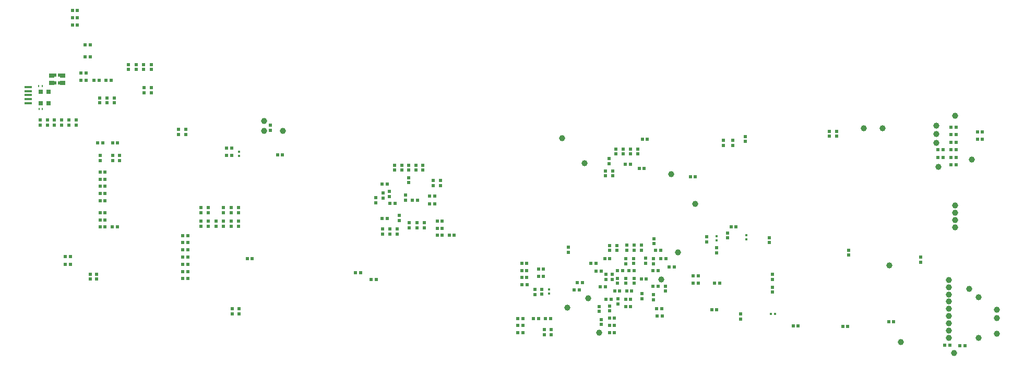
<source format=gbp>
G04*
G04 #@! TF.GenerationSoftware,Altium Limited,Altium Designer,20.0.13 (296)*
G04*
G04 Layer_Color=128*
%FSLAX24Y24*%
%MOIN*%
G70*
G01*
G75*
%ADD25R,0.0201X0.0201*%
%ADD27R,0.0098X0.0118*%
%ADD45R,0.0201X0.0201*%
%ADD82R,0.0157X0.0157*%
%ADD270R,0.0157X0.0157*%
%ADD271R,0.0250X0.0250*%
%ADD272R,0.0354X0.0315*%
%ADD273C,0.0394*%
%ADD274R,0.0492X0.0157*%
D25*
X131633Y103711D02*
D03*
Y103389D02*
D03*
X132240D02*
D03*
Y103711D02*
D03*
X133050Y103973D02*
D03*
Y103650D02*
D03*
X120660Y91299D02*
D03*
Y91621D02*
D03*
X120210Y91630D02*
D03*
Y91307D02*
D03*
X127180Y96159D02*
D03*
Y95836D02*
D03*
X126680Y95869D02*
D03*
Y96191D02*
D03*
X124590Y101449D02*
D03*
Y101771D02*
D03*
X124120Y101449D02*
D03*
Y101771D02*
D03*
X126170Y103167D02*
D03*
Y102844D02*
D03*
X125711Y103167D02*
D03*
Y102844D02*
D03*
X125253Y103167D02*
D03*
Y102844D02*
D03*
X124794Y103167D02*
D03*
Y102844D02*
D03*
X124355Y102239D02*
D03*
Y102561D02*
D03*
X138420Y103980D02*
D03*
Y104303D02*
D03*
X138870D02*
D03*
Y103980D02*
D03*
X144250Y96262D02*
D03*
Y95940D02*
D03*
X139650Y96377D02*
D03*
Y96700D02*
D03*
X131219Y96861D02*
D03*
Y96539D02*
D03*
X130570Y97230D02*
D03*
Y97553D02*
D03*
X131920Y97479D02*
D03*
Y97801D02*
D03*
X134591Y97175D02*
D03*
Y97498D02*
D03*
X134770Y95143D02*
D03*
Y94820D02*
D03*
X134780Y94010D02*
D03*
Y94333D02*
D03*
X132730Y92630D02*
D03*
Y92307D02*
D03*
X127960Y94079D02*
D03*
Y94401D02*
D03*
X127170Y93519D02*
D03*
Y93841D02*
D03*
X126430Y93921D02*
D03*
Y93599D02*
D03*
X123840Y91949D02*
D03*
Y92271D02*
D03*
X123729Y93107D02*
D03*
Y92784D02*
D03*
X124910Y93590D02*
D03*
Y93267D02*
D03*
X124367Y93136D02*
D03*
Y92814D02*
D03*
X125930Y94901D02*
D03*
Y94579D02*
D03*
X125400Y94579D02*
D03*
Y94901D02*
D03*
X124890Y94579D02*
D03*
Y94901D02*
D03*
X124560Y95163D02*
D03*
Y94840D02*
D03*
X124140Y95163D02*
D03*
Y94840D02*
D03*
X125420Y95839D02*
D03*
Y96161D02*
D03*
X125900Y95849D02*
D03*
Y96171D02*
D03*
X126410Y97010D02*
D03*
Y96687D02*
D03*
X125948D02*
D03*
Y97010D02*
D03*
X125488Y96687D02*
D03*
Y97010D02*
D03*
X124830Y96679D02*
D03*
Y97001D02*
D03*
X124370Y96680D02*
D03*
Y97003D02*
D03*
X121740Y96890D02*
D03*
Y96567D02*
D03*
X120062Y93878D02*
D03*
Y94201D02*
D03*
X119600Y94191D02*
D03*
Y93869D02*
D03*
X113580Y100819D02*
D03*
Y101141D02*
D03*
X113110Y100826D02*
D03*
Y101149D02*
D03*
X112460Y101809D02*
D03*
Y102131D02*
D03*
X111560Y101340D02*
D03*
Y101017D02*
D03*
X112006Y101809D02*
D03*
Y102131D02*
D03*
X111552Y102131D02*
D03*
Y101809D02*
D03*
X111098Y101809D02*
D03*
Y102131D02*
D03*
X110644Y101809D02*
D03*
Y102131D02*
D03*
X109900Y100033D02*
D03*
Y100356D02*
D03*
X110329Y100137D02*
D03*
Y100460D02*
D03*
X111340Y99889D02*
D03*
Y100211D02*
D03*
X112560Y98450D02*
D03*
Y98127D02*
D03*
X112065Y98450D02*
D03*
Y98127D02*
D03*
X111570D02*
D03*
Y98450D02*
D03*
X110950Y98911D02*
D03*
Y98589D02*
D03*
X110347Y98055D02*
D03*
Y97732D02*
D03*
X110800D02*
D03*
Y98055D02*
D03*
X102710Y104680D02*
D03*
Y104357D02*
D03*
X96860Y104419D02*
D03*
Y104096D02*
D03*
X97320Y104413D02*
D03*
Y104090D02*
D03*
X100727Y92945D02*
D03*
Y92622D02*
D03*
X100267Y92947D02*
D03*
Y92624D02*
D03*
X98280Y99421D02*
D03*
Y99099D02*
D03*
X98760Y99421D02*
D03*
Y99099D02*
D03*
X99720Y99421D02*
D03*
Y99099D02*
D03*
X100200Y99421D02*
D03*
Y99099D02*
D03*
X100680Y99421D02*
D03*
Y99099D02*
D03*
Y98230D02*
D03*
Y98553D02*
D03*
X100200Y98230D02*
D03*
Y98553D02*
D03*
X99720Y98230D02*
D03*
Y98553D02*
D03*
X99240Y98230D02*
D03*
Y98553D02*
D03*
X98760Y98230D02*
D03*
Y98553D02*
D03*
X98280Y98230D02*
D03*
Y98553D02*
D03*
X91620Y95171D02*
D03*
Y94849D02*
D03*
X91200Y95171D02*
D03*
Y94849D02*
D03*
X93084Y102750D02*
D03*
Y102427D02*
D03*
X92639D02*
D03*
Y102750D02*
D03*
X91850Y102427D02*
D03*
Y102750D02*
D03*
X92730Y106440D02*
D03*
Y106117D02*
D03*
X92275D02*
D03*
Y106440D02*
D03*
X91820D02*
D03*
Y106117D02*
D03*
X90300Y105013D02*
D03*
Y104690D02*
D03*
X89836Y105013D02*
D03*
Y104690D02*
D03*
X89382Y105013D02*
D03*
Y104690D02*
D03*
X88928D02*
D03*
Y105013D02*
D03*
X88474Y104690D02*
D03*
Y105013D02*
D03*
X88020Y104690D02*
D03*
Y105013D02*
D03*
X127203Y97112D02*
D03*
Y97435D02*
D03*
X109440Y99739D02*
D03*
Y100061D02*
D03*
X109879Y98060D02*
D03*
Y97737D02*
D03*
X94630Y107080D02*
D03*
Y106757D02*
D03*
X95116D02*
D03*
Y107080D02*
D03*
X94619Y108571D02*
D03*
Y108249D02*
D03*
X93650Y108249D02*
D03*
Y108571D02*
D03*
X95103Y108249D02*
D03*
Y108571D02*
D03*
X94134Y108249D02*
D03*
Y108571D02*
D03*
D27*
X88150Y105720D02*
D03*
X87933D02*
D03*
X88145Y107200D02*
D03*
X87928D02*
D03*
D45*
X92011Y103573D02*
D03*
X91689D02*
D03*
X89263Y107380D02*
D03*
X88940D02*
D03*
X89263Y107880D02*
D03*
X88940D02*
D03*
X90393Y112030D02*
D03*
X90070D02*
D03*
X127308Y96686D02*
D03*
X127631D02*
D03*
X123777Y94360D02*
D03*
X124100D02*
D03*
X147081Y90600D02*
D03*
X146759D02*
D03*
X146113Y90620D02*
D03*
X145790D02*
D03*
X129853Y101398D02*
D03*
X129530D02*
D03*
X110349Y99680D02*
D03*
X110671D02*
D03*
X118777Y94490D02*
D03*
X119100D02*
D03*
X127971Y96170D02*
D03*
X127649D02*
D03*
X146500Y102633D02*
D03*
X146177D02*
D03*
X123179Y95860D02*
D03*
X123501D02*
D03*
X123841Y95360D02*
D03*
X123519D02*
D03*
X125609Y95390D02*
D03*
X125931D02*
D03*
X125211D02*
D03*
X124889D02*
D03*
X125722Y93560D02*
D03*
X125399D02*
D03*
X125791Y94085D02*
D03*
X125468D02*
D03*
X124697Y94090D02*
D03*
X125020D02*
D03*
X126400Y94850D02*
D03*
X126723D02*
D03*
X127471Y95390D02*
D03*
X127149D02*
D03*
X124473Y93560D02*
D03*
X124150D02*
D03*
X124067Y96160D02*
D03*
X124390D02*
D03*
X124369Y91890D02*
D03*
X124691D02*
D03*
X124369Y91430D02*
D03*
X124691D02*
D03*
X124369Y92350D02*
D03*
X124691D02*
D03*
X125399Y93100D02*
D03*
X125722D02*
D03*
X122109Y94170D02*
D03*
X122431D02*
D03*
X122309Y94640D02*
D03*
X122631D02*
D03*
X128511Y95630D02*
D03*
X128189D02*
D03*
X127419Y92490D02*
D03*
X127741D02*
D03*
X127389Y92950D02*
D03*
X127711D02*
D03*
X130899Y92890D02*
D03*
X131221D02*
D03*
X136097Y91850D02*
D03*
X136420D02*
D03*
X132461Y98190D02*
D03*
X132139D02*
D03*
X130041Y94590D02*
D03*
X129719D02*
D03*
Y95050D02*
D03*
X130041D02*
D03*
X127157Y94380D02*
D03*
X127480D02*
D03*
X131401Y94586D02*
D03*
X131079D02*
D03*
X148193Y104260D02*
D03*
X147870D02*
D03*
X103167Y102790D02*
D03*
X103490D02*
D03*
X101553Y96150D02*
D03*
X101230D02*
D03*
X97451Y97640D02*
D03*
X97129D02*
D03*
X90070Y111565D02*
D03*
X90393D02*
D03*
X90070Y111100D02*
D03*
X90393D02*
D03*
X90877Y109830D02*
D03*
X91200D02*
D03*
X90877Y109070D02*
D03*
X91200D02*
D03*
X89940Y95780D02*
D03*
X89617D02*
D03*
X119090Y94950D02*
D03*
X118767D02*
D03*
X120153Y95019D02*
D03*
X119830D02*
D03*
X118767Y95860D02*
D03*
X119090D02*
D03*
X118830Y91880D02*
D03*
X118507D02*
D03*
Y92330D02*
D03*
X118830D02*
D03*
X118507Y91430D02*
D03*
X118830D02*
D03*
X119507Y92330D02*
D03*
X119830D02*
D03*
X120289D02*
D03*
X120611D02*
D03*
X119090Y95405D02*
D03*
X118767D02*
D03*
X120153Y95474D02*
D03*
X119830D02*
D03*
X89931Y96290D02*
D03*
X89609D02*
D03*
X92219Y107560D02*
D03*
X92541D02*
D03*
X91443D02*
D03*
X91766D02*
D03*
X90629D02*
D03*
X90951D02*
D03*
X90629Y108040D02*
D03*
X90951D02*
D03*
X92961Y103573D02*
D03*
X92639D02*
D03*
X108160Y95250D02*
D03*
X108483D02*
D03*
X109470Y94810D02*
D03*
X109147D02*
D03*
X110171Y98740D02*
D03*
X109849D02*
D03*
X113367Y97644D02*
D03*
X113690D02*
D03*
X113367Y98100D02*
D03*
X113690D02*
D03*
Y98557D02*
D03*
X113367D02*
D03*
X114463Y97644D02*
D03*
X114140D02*
D03*
X110180Y100940D02*
D03*
X109857D02*
D03*
X111781Y99881D02*
D03*
X112103D02*
D03*
X113214Y99670D02*
D03*
X112891D02*
D03*
X113214Y100157D02*
D03*
X112891D02*
D03*
X126593Y101937D02*
D03*
X126270D02*
D03*
X125388Y102190D02*
D03*
X125711D02*
D03*
X126467Y103800D02*
D03*
X126790D02*
D03*
X99919Y103230D02*
D03*
X100241D02*
D03*
X99919Y102750D02*
D03*
X100241D02*
D03*
X97127Y95800D02*
D03*
X97450D02*
D03*
X97451Y96260D02*
D03*
X97129D02*
D03*
X97127Y95340D02*
D03*
X97450D02*
D03*
X97127Y94880D02*
D03*
X97450D02*
D03*
X97451Y97180D02*
D03*
X97129D02*
D03*
Y96720D02*
D03*
X97451D02*
D03*
X142199Y92110D02*
D03*
X142521D02*
D03*
X139591Y91830D02*
D03*
X139269D02*
D03*
X145673Y102633D02*
D03*
X145350D02*
D03*
X145673Y103117D02*
D03*
X145350D02*
D03*
X146177Y104570D02*
D03*
X146500D02*
D03*
X146177Y104083D02*
D03*
X146500D02*
D03*
X146177Y103600D02*
D03*
X146500D02*
D03*
X148191Y103800D02*
D03*
X147869D02*
D03*
X146177Y103117D02*
D03*
X146500D02*
D03*
X146177Y102150D02*
D03*
X146500D02*
D03*
X92160Y100323D02*
D03*
X91837D02*
D03*
X92620Y98180D02*
D03*
X92943D02*
D03*
X91839Y98630D02*
D03*
X92161D02*
D03*
X91839Y101228D02*
D03*
X92161D02*
D03*
X91837Y100775D02*
D03*
X92160D02*
D03*
X91839Y101680D02*
D03*
X92161D02*
D03*
X91837Y99870D02*
D03*
X92160D02*
D03*
X91839Y98180D02*
D03*
X92161D02*
D03*
X91839Y99080D02*
D03*
X92161D02*
D03*
D82*
X134684Y92640D02*
D03*
X134936D02*
D03*
D270*
X131199Y97337D02*
D03*
Y97589D02*
D03*
X133110Y97396D02*
D03*
Y97648D02*
D03*
X120520Y94176D02*
D03*
Y93924D02*
D03*
X100700Y102722D02*
D03*
Y102974D02*
D03*
D271*
X88540Y106830D02*
D03*
X88040D02*
D03*
X88540Y106100D02*
D03*
X88040D02*
D03*
D272*
X88745Y107392D02*
D03*
X88743Y107868D02*
D03*
X89436Y107393D02*
D03*
X89437Y107868D02*
D03*
D273*
X102320Y104960D02*
D03*
X123724Y91425D02*
D03*
X123010Y93620D02*
D03*
X121680Y93040D02*
D03*
X127689Y94818D02*
D03*
X128750Y96570D02*
D03*
X121340Y103860D02*
D03*
X122790Y102270D02*
D03*
X141810Y104480D02*
D03*
X140610Y104500D02*
D03*
X129840Y99670D02*
D03*
X128300Y101550D02*
D03*
X102320Y104340D02*
D03*
X103500D02*
D03*
X147340Y94220D02*
D03*
X142260Y95710D02*
D03*
X142970Y90820D02*
D03*
X149100Y92900D02*
D03*
Y92350D02*
D03*
Y91370D02*
D03*
X147960Y93700D02*
D03*
Y91100D02*
D03*
X146037Y94330D02*
D03*
Y93870D02*
D03*
Y93410D02*
D03*
Y94790D02*
D03*
Y92950D02*
D03*
X146030Y91090D02*
D03*
X146370Y90110D02*
D03*
X146046Y92490D02*
D03*
Y91570D02*
D03*
Y92030D02*
D03*
X146440Y98640D02*
D03*
Y99100D02*
D03*
Y98160D02*
D03*
Y99570D02*
D03*
X145260Y103570D02*
D03*
X145370Y102040D02*
D03*
X145260Y104650D02*
D03*
Y104110D02*
D03*
X147500Y102500D02*
D03*
X146444Y105276D02*
D03*
D274*
X87250Y106868D02*
D03*
Y106612D02*
D03*
Y106356D02*
D03*
Y107124D02*
D03*
Y106100D02*
D03*
M02*

</source>
